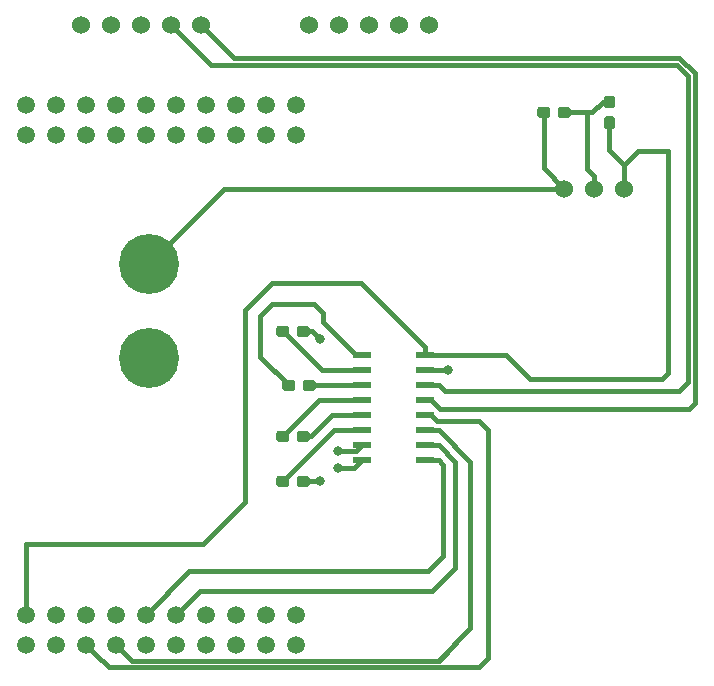
<source format=gbr>
G04 #@! TF.GenerationSoftware,KiCad,Pcbnew,(5.0.0)*
G04 #@! TF.CreationDate,2018-10-03T22:05:24-05:00*
G04 #@! TF.ProjectId,DriveBoard_Hardware,4472697665426F6172645F4861726477,rev?*
G04 #@! TF.SameCoordinates,Original*
G04 #@! TF.FileFunction,Copper,L1,Top,Signal*
G04 #@! TF.FilePolarity,Positive*
%FSLAX46Y46*%
G04 Gerber Fmt 4.6, Leading zero omitted, Abs format (unit mm)*
G04 Created by KiCad (PCBNEW (5.0.0)) date 10/03/18 22:05:24*
%MOMM*%
%LPD*%
G01*
G04 APERTURE LIST*
G04 #@! TA.AperFunction,Conductor*
%ADD10C,0.100000*%
G04 #@! TD*
G04 #@! TA.AperFunction,SMDPad,CuDef*
%ADD11C,0.950000*%
G04 #@! TD*
G04 #@! TA.AperFunction,ComponentPad*
%ADD12C,5.080000*%
G04 #@! TD*
G04 #@! TA.AperFunction,ComponentPad*
%ADD13C,1.524000*%
G04 #@! TD*
G04 #@! TA.AperFunction,ComponentPad*
%ADD14C,1.520000*%
G04 #@! TD*
G04 #@! TA.AperFunction,SMDPad,CuDef*
%ADD15R,1.500000X0.600000*%
G04 #@! TD*
G04 #@! TA.AperFunction,ViaPad*
%ADD16C,0.800000*%
G04 #@! TD*
G04 #@! TA.AperFunction,Conductor*
%ADD17C,0.381000*%
G04 #@! TD*
G04 #@! TA.AperFunction,Conductor*
%ADD18C,0.250000*%
G04 #@! TD*
G04 APERTURE END LIST*
D10*
G04 #@! TO.N,Net-(C1-Pad1)*
G04 #@! TO.C,C1*
G36*
X95955779Y-90966144D02*
X95978834Y-90969563D01*
X96001443Y-90975227D01*
X96023387Y-90983079D01*
X96044457Y-90993044D01*
X96064448Y-91005026D01*
X96083168Y-91018910D01*
X96100438Y-91034562D01*
X96116090Y-91051832D01*
X96129974Y-91070552D01*
X96141956Y-91090543D01*
X96151921Y-91111613D01*
X96159773Y-91133557D01*
X96165437Y-91156166D01*
X96168856Y-91179221D01*
X96170000Y-91202500D01*
X96170000Y-91677500D01*
X96168856Y-91700779D01*
X96165437Y-91723834D01*
X96159773Y-91746443D01*
X96151921Y-91768387D01*
X96141956Y-91789457D01*
X96129974Y-91809448D01*
X96116090Y-91828168D01*
X96100438Y-91845438D01*
X96083168Y-91861090D01*
X96064448Y-91874974D01*
X96044457Y-91886956D01*
X96023387Y-91896921D01*
X96001443Y-91904773D01*
X95978834Y-91910437D01*
X95955779Y-91913856D01*
X95932500Y-91915000D01*
X95357500Y-91915000D01*
X95334221Y-91913856D01*
X95311166Y-91910437D01*
X95288557Y-91904773D01*
X95266613Y-91896921D01*
X95245543Y-91886956D01*
X95225552Y-91874974D01*
X95206832Y-91861090D01*
X95189562Y-91845438D01*
X95173910Y-91828168D01*
X95160026Y-91809448D01*
X95148044Y-91789457D01*
X95138079Y-91768387D01*
X95130227Y-91746443D01*
X95124563Y-91723834D01*
X95121144Y-91700779D01*
X95120000Y-91677500D01*
X95120000Y-91202500D01*
X95121144Y-91179221D01*
X95124563Y-91156166D01*
X95130227Y-91133557D01*
X95138079Y-91111613D01*
X95148044Y-91090543D01*
X95160026Y-91070552D01*
X95173910Y-91051832D01*
X95189562Y-91034562D01*
X95206832Y-91018910D01*
X95225552Y-91005026D01*
X95245543Y-90993044D01*
X95266613Y-90983079D01*
X95288557Y-90975227D01*
X95311166Y-90969563D01*
X95334221Y-90966144D01*
X95357500Y-90965000D01*
X95932500Y-90965000D01*
X95955779Y-90966144D01*
X95955779Y-90966144D01*
G37*
D11*
G04 #@! TD*
G04 #@! TO.P,C1,1*
G04 #@! TO.N,Net-(C1-Pad1)*
X95645000Y-91440000D03*
D10*
G04 #@! TO.N,GND*
G04 #@! TO.C,C1*
G36*
X97705779Y-90966144D02*
X97728834Y-90969563D01*
X97751443Y-90975227D01*
X97773387Y-90983079D01*
X97794457Y-90993044D01*
X97814448Y-91005026D01*
X97833168Y-91018910D01*
X97850438Y-91034562D01*
X97866090Y-91051832D01*
X97879974Y-91070552D01*
X97891956Y-91090543D01*
X97901921Y-91111613D01*
X97909773Y-91133557D01*
X97915437Y-91156166D01*
X97918856Y-91179221D01*
X97920000Y-91202500D01*
X97920000Y-91677500D01*
X97918856Y-91700779D01*
X97915437Y-91723834D01*
X97909773Y-91746443D01*
X97901921Y-91768387D01*
X97891956Y-91789457D01*
X97879974Y-91809448D01*
X97866090Y-91828168D01*
X97850438Y-91845438D01*
X97833168Y-91861090D01*
X97814448Y-91874974D01*
X97794457Y-91886956D01*
X97773387Y-91896921D01*
X97751443Y-91904773D01*
X97728834Y-91910437D01*
X97705779Y-91913856D01*
X97682500Y-91915000D01*
X97107500Y-91915000D01*
X97084221Y-91913856D01*
X97061166Y-91910437D01*
X97038557Y-91904773D01*
X97016613Y-91896921D01*
X96995543Y-91886956D01*
X96975552Y-91874974D01*
X96956832Y-91861090D01*
X96939562Y-91845438D01*
X96923910Y-91828168D01*
X96910026Y-91809448D01*
X96898044Y-91789457D01*
X96888079Y-91768387D01*
X96880227Y-91746443D01*
X96874563Y-91723834D01*
X96871144Y-91700779D01*
X96870000Y-91677500D01*
X96870000Y-91202500D01*
X96871144Y-91179221D01*
X96874563Y-91156166D01*
X96880227Y-91133557D01*
X96888079Y-91111613D01*
X96898044Y-91090543D01*
X96910026Y-91070552D01*
X96923910Y-91051832D01*
X96939562Y-91034562D01*
X96956832Y-91018910D01*
X96975552Y-91005026D01*
X96995543Y-90993044D01*
X97016613Y-90983079D01*
X97038557Y-90975227D01*
X97061166Y-90969563D01*
X97084221Y-90966144D01*
X97107500Y-90965000D01*
X97682500Y-90965000D01*
X97705779Y-90966144D01*
X97705779Y-90966144D01*
G37*
D11*
G04 #@! TD*
G04 #@! TO.P,C1,2*
G04 #@! TO.N,GND*
X97395000Y-91440000D03*
D10*
G04 #@! TO.N,GND*
G04 #@! TO.C,C2*
G36*
X97705779Y-103666144D02*
X97728834Y-103669563D01*
X97751443Y-103675227D01*
X97773387Y-103683079D01*
X97794457Y-103693044D01*
X97814448Y-103705026D01*
X97833168Y-103718910D01*
X97850438Y-103734562D01*
X97866090Y-103751832D01*
X97879974Y-103770552D01*
X97891956Y-103790543D01*
X97901921Y-103811613D01*
X97909773Y-103833557D01*
X97915437Y-103856166D01*
X97918856Y-103879221D01*
X97920000Y-103902500D01*
X97920000Y-104377500D01*
X97918856Y-104400779D01*
X97915437Y-104423834D01*
X97909773Y-104446443D01*
X97901921Y-104468387D01*
X97891956Y-104489457D01*
X97879974Y-104509448D01*
X97866090Y-104528168D01*
X97850438Y-104545438D01*
X97833168Y-104561090D01*
X97814448Y-104574974D01*
X97794457Y-104586956D01*
X97773387Y-104596921D01*
X97751443Y-104604773D01*
X97728834Y-104610437D01*
X97705779Y-104613856D01*
X97682500Y-104615000D01*
X97107500Y-104615000D01*
X97084221Y-104613856D01*
X97061166Y-104610437D01*
X97038557Y-104604773D01*
X97016613Y-104596921D01*
X96995543Y-104586956D01*
X96975552Y-104574974D01*
X96956832Y-104561090D01*
X96939562Y-104545438D01*
X96923910Y-104528168D01*
X96910026Y-104509448D01*
X96898044Y-104489457D01*
X96888079Y-104468387D01*
X96880227Y-104446443D01*
X96874563Y-104423834D01*
X96871144Y-104400779D01*
X96870000Y-104377500D01*
X96870000Y-103902500D01*
X96871144Y-103879221D01*
X96874563Y-103856166D01*
X96880227Y-103833557D01*
X96888079Y-103811613D01*
X96898044Y-103790543D01*
X96910026Y-103770552D01*
X96923910Y-103751832D01*
X96939562Y-103734562D01*
X96956832Y-103718910D01*
X96975552Y-103705026D01*
X96995543Y-103693044D01*
X97016613Y-103683079D01*
X97038557Y-103675227D01*
X97061166Y-103669563D01*
X97084221Y-103666144D01*
X97107500Y-103665000D01*
X97682500Y-103665000D01*
X97705779Y-103666144D01*
X97705779Y-103666144D01*
G37*
D11*
G04 #@! TD*
G04 #@! TO.P,C2,2*
G04 #@! TO.N,GND*
X97395000Y-104140000D03*
D10*
G04 #@! TO.N,Net-(C2-Pad1)*
G04 #@! TO.C,C2*
G36*
X95955779Y-103666144D02*
X95978834Y-103669563D01*
X96001443Y-103675227D01*
X96023387Y-103683079D01*
X96044457Y-103693044D01*
X96064448Y-103705026D01*
X96083168Y-103718910D01*
X96100438Y-103734562D01*
X96116090Y-103751832D01*
X96129974Y-103770552D01*
X96141956Y-103790543D01*
X96151921Y-103811613D01*
X96159773Y-103833557D01*
X96165437Y-103856166D01*
X96168856Y-103879221D01*
X96170000Y-103902500D01*
X96170000Y-104377500D01*
X96168856Y-104400779D01*
X96165437Y-104423834D01*
X96159773Y-104446443D01*
X96151921Y-104468387D01*
X96141956Y-104489457D01*
X96129974Y-104509448D01*
X96116090Y-104528168D01*
X96100438Y-104545438D01*
X96083168Y-104561090D01*
X96064448Y-104574974D01*
X96044457Y-104586956D01*
X96023387Y-104596921D01*
X96001443Y-104604773D01*
X95978834Y-104610437D01*
X95955779Y-104613856D01*
X95932500Y-104615000D01*
X95357500Y-104615000D01*
X95334221Y-104613856D01*
X95311166Y-104610437D01*
X95288557Y-104604773D01*
X95266613Y-104596921D01*
X95245543Y-104586956D01*
X95225552Y-104574974D01*
X95206832Y-104561090D01*
X95189562Y-104545438D01*
X95173910Y-104528168D01*
X95160026Y-104509448D01*
X95148044Y-104489457D01*
X95138079Y-104468387D01*
X95130227Y-104446443D01*
X95124563Y-104423834D01*
X95121144Y-104400779D01*
X95120000Y-104377500D01*
X95120000Y-103902500D01*
X95121144Y-103879221D01*
X95124563Y-103856166D01*
X95130227Y-103833557D01*
X95138079Y-103811613D01*
X95148044Y-103790543D01*
X95160026Y-103770552D01*
X95173910Y-103751832D01*
X95189562Y-103734562D01*
X95206832Y-103718910D01*
X95225552Y-103705026D01*
X95245543Y-103693044D01*
X95266613Y-103683079D01*
X95288557Y-103675227D01*
X95311166Y-103669563D01*
X95334221Y-103666144D01*
X95357500Y-103665000D01*
X95932500Y-103665000D01*
X95955779Y-103666144D01*
X95955779Y-103666144D01*
G37*
D11*
G04 #@! TD*
G04 #@! TO.P,C2,1*
G04 #@! TO.N,Net-(C2-Pad1)*
X95645000Y-104140000D03*
D10*
G04 #@! TO.N,/+12V*
G04 #@! TO.C,C3*
G36*
X118053779Y-72424144D02*
X118076834Y-72427563D01*
X118099443Y-72433227D01*
X118121387Y-72441079D01*
X118142457Y-72451044D01*
X118162448Y-72463026D01*
X118181168Y-72476910D01*
X118198438Y-72492562D01*
X118214090Y-72509832D01*
X118227974Y-72528552D01*
X118239956Y-72548543D01*
X118249921Y-72569613D01*
X118257773Y-72591557D01*
X118263437Y-72614166D01*
X118266856Y-72637221D01*
X118268000Y-72660500D01*
X118268000Y-73135500D01*
X118266856Y-73158779D01*
X118263437Y-73181834D01*
X118257773Y-73204443D01*
X118249921Y-73226387D01*
X118239956Y-73247457D01*
X118227974Y-73267448D01*
X118214090Y-73286168D01*
X118198438Y-73303438D01*
X118181168Y-73319090D01*
X118162448Y-73332974D01*
X118142457Y-73344956D01*
X118121387Y-73354921D01*
X118099443Y-73362773D01*
X118076834Y-73368437D01*
X118053779Y-73371856D01*
X118030500Y-73373000D01*
X117455500Y-73373000D01*
X117432221Y-73371856D01*
X117409166Y-73368437D01*
X117386557Y-73362773D01*
X117364613Y-73354921D01*
X117343543Y-73344956D01*
X117323552Y-73332974D01*
X117304832Y-73319090D01*
X117287562Y-73303438D01*
X117271910Y-73286168D01*
X117258026Y-73267448D01*
X117246044Y-73247457D01*
X117236079Y-73226387D01*
X117228227Y-73204443D01*
X117222563Y-73181834D01*
X117219144Y-73158779D01*
X117218000Y-73135500D01*
X117218000Y-72660500D01*
X117219144Y-72637221D01*
X117222563Y-72614166D01*
X117228227Y-72591557D01*
X117236079Y-72569613D01*
X117246044Y-72548543D01*
X117258026Y-72528552D01*
X117271910Y-72509832D01*
X117287562Y-72492562D01*
X117304832Y-72476910D01*
X117323552Y-72463026D01*
X117343543Y-72451044D01*
X117364613Y-72441079D01*
X117386557Y-72433227D01*
X117409166Y-72427563D01*
X117432221Y-72424144D01*
X117455500Y-72423000D01*
X118030500Y-72423000D01*
X118053779Y-72424144D01*
X118053779Y-72424144D01*
G37*
D11*
G04 #@! TD*
G04 #@! TO.P,C3,1*
G04 #@! TO.N,/+12V*
X117743000Y-72898000D03*
D10*
G04 #@! TO.N,GND*
G04 #@! TO.C,C3*
G36*
X119803779Y-72424144D02*
X119826834Y-72427563D01*
X119849443Y-72433227D01*
X119871387Y-72441079D01*
X119892457Y-72451044D01*
X119912448Y-72463026D01*
X119931168Y-72476910D01*
X119948438Y-72492562D01*
X119964090Y-72509832D01*
X119977974Y-72528552D01*
X119989956Y-72548543D01*
X119999921Y-72569613D01*
X120007773Y-72591557D01*
X120013437Y-72614166D01*
X120016856Y-72637221D01*
X120018000Y-72660500D01*
X120018000Y-73135500D01*
X120016856Y-73158779D01*
X120013437Y-73181834D01*
X120007773Y-73204443D01*
X119999921Y-73226387D01*
X119989956Y-73247457D01*
X119977974Y-73267448D01*
X119964090Y-73286168D01*
X119948438Y-73303438D01*
X119931168Y-73319090D01*
X119912448Y-73332974D01*
X119892457Y-73344956D01*
X119871387Y-73354921D01*
X119849443Y-73362773D01*
X119826834Y-73368437D01*
X119803779Y-73371856D01*
X119780500Y-73373000D01*
X119205500Y-73373000D01*
X119182221Y-73371856D01*
X119159166Y-73368437D01*
X119136557Y-73362773D01*
X119114613Y-73354921D01*
X119093543Y-73344956D01*
X119073552Y-73332974D01*
X119054832Y-73319090D01*
X119037562Y-73303438D01*
X119021910Y-73286168D01*
X119008026Y-73267448D01*
X118996044Y-73247457D01*
X118986079Y-73226387D01*
X118978227Y-73204443D01*
X118972563Y-73181834D01*
X118969144Y-73158779D01*
X118968000Y-73135500D01*
X118968000Y-72660500D01*
X118969144Y-72637221D01*
X118972563Y-72614166D01*
X118978227Y-72591557D01*
X118986079Y-72569613D01*
X118996044Y-72548543D01*
X119008026Y-72528552D01*
X119021910Y-72509832D01*
X119037562Y-72492562D01*
X119054832Y-72476910D01*
X119073552Y-72463026D01*
X119093543Y-72451044D01*
X119114613Y-72441079D01*
X119136557Y-72433227D01*
X119159166Y-72427563D01*
X119182221Y-72424144D01*
X119205500Y-72423000D01*
X119780500Y-72423000D01*
X119803779Y-72424144D01*
X119803779Y-72424144D01*
G37*
D11*
G04 #@! TD*
G04 #@! TO.P,C3,2*
G04 #@! TO.N,GND*
X119493000Y-72898000D03*
D10*
G04 #@! TO.N,Net-(C4-Pad1)*
G04 #@! TO.C,C4*
G36*
X96463779Y-95538144D02*
X96486834Y-95541563D01*
X96509443Y-95547227D01*
X96531387Y-95555079D01*
X96552457Y-95565044D01*
X96572448Y-95577026D01*
X96591168Y-95590910D01*
X96608438Y-95606562D01*
X96624090Y-95623832D01*
X96637974Y-95642552D01*
X96649956Y-95662543D01*
X96659921Y-95683613D01*
X96667773Y-95705557D01*
X96673437Y-95728166D01*
X96676856Y-95751221D01*
X96678000Y-95774500D01*
X96678000Y-96249500D01*
X96676856Y-96272779D01*
X96673437Y-96295834D01*
X96667773Y-96318443D01*
X96659921Y-96340387D01*
X96649956Y-96361457D01*
X96637974Y-96381448D01*
X96624090Y-96400168D01*
X96608438Y-96417438D01*
X96591168Y-96433090D01*
X96572448Y-96446974D01*
X96552457Y-96458956D01*
X96531387Y-96468921D01*
X96509443Y-96476773D01*
X96486834Y-96482437D01*
X96463779Y-96485856D01*
X96440500Y-96487000D01*
X95865500Y-96487000D01*
X95842221Y-96485856D01*
X95819166Y-96482437D01*
X95796557Y-96476773D01*
X95774613Y-96468921D01*
X95753543Y-96458956D01*
X95733552Y-96446974D01*
X95714832Y-96433090D01*
X95697562Y-96417438D01*
X95681910Y-96400168D01*
X95668026Y-96381448D01*
X95656044Y-96361457D01*
X95646079Y-96340387D01*
X95638227Y-96318443D01*
X95632563Y-96295834D01*
X95629144Y-96272779D01*
X95628000Y-96249500D01*
X95628000Y-95774500D01*
X95629144Y-95751221D01*
X95632563Y-95728166D01*
X95638227Y-95705557D01*
X95646079Y-95683613D01*
X95656044Y-95662543D01*
X95668026Y-95642552D01*
X95681910Y-95623832D01*
X95697562Y-95606562D01*
X95714832Y-95590910D01*
X95733552Y-95577026D01*
X95753543Y-95565044D01*
X95774613Y-95555079D01*
X95796557Y-95547227D01*
X95819166Y-95541563D01*
X95842221Y-95538144D01*
X95865500Y-95537000D01*
X96440500Y-95537000D01*
X96463779Y-95538144D01*
X96463779Y-95538144D01*
G37*
D11*
G04 #@! TD*
G04 #@! TO.P,C4,1*
G04 #@! TO.N,Net-(C4-Pad1)*
X96153000Y-96012000D03*
D10*
G04 #@! TO.N,Net-(C4-Pad2)*
G04 #@! TO.C,C4*
G36*
X98213779Y-95538144D02*
X98236834Y-95541563D01*
X98259443Y-95547227D01*
X98281387Y-95555079D01*
X98302457Y-95565044D01*
X98322448Y-95577026D01*
X98341168Y-95590910D01*
X98358438Y-95606562D01*
X98374090Y-95623832D01*
X98387974Y-95642552D01*
X98399956Y-95662543D01*
X98409921Y-95683613D01*
X98417773Y-95705557D01*
X98423437Y-95728166D01*
X98426856Y-95751221D01*
X98428000Y-95774500D01*
X98428000Y-96249500D01*
X98426856Y-96272779D01*
X98423437Y-96295834D01*
X98417773Y-96318443D01*
X98409921Y-96340387D01*
X98399956Y-96361457D01*
X98387974Y-96381448D01*
X98374090Y-96400168D01*
X98358438Y-96417438D01*
X98341168Y-96433090D01*
X98322448Y-96446974D01*
X98302457Y-96458956D01*
X98281387Y-96468921D01*
X98259443Y-96476773D01*
X98236834Y-96482437D01*
X98213779Y-96485856D01*
X98190500Y-96487000D01*
X97615500Y-96487000D01*
X97592221Y-96485856D01*
X97569166Y-96482437D01*
X97546557Y-96476773D01*
X97524613Y-96468921D01*
X97503543Y-96458956D01*
X97483552Y-96446974D01*
X97464832Y-96433090D01*
X97447562Y-96417438D01*
X97431910Y-96400168D01*
X97418026Y-96381448D01*
X97406044Y-96361457D01*
X97396079Y-96340387D01*
X97388227Y-96318443D01*
X97382563Y-96295834D01*
X97379144Y-96272779D01*
X97378000Y-96249500D01*
X97378000Y-95774500D01*
X97379144Y-95751221D01*
X97382563Y-95728166D01*
X97388227Y-95705557D01*
X97396079Y-95683613D01*
X97406044Y-95662543D01*
X97418026Y-95642552D01*
X97431910Y-95623832D01*
X97447562Y-95606562D01*
X97464832Y-95590910D01*
X97483552Y-95577026D01*
X97503543Y-95565044D01*
X97524613Y-95555079D01*
X97546557Y-95547227D01*
X97569166Y-95541563D01*
X97592221Y-95538144D01*
X97615500Y-95537000D01*
X98190500Y-95537000D01*
X98213779Y-95538144D01*
X98213779Y-95538144D01*
G37*
D11*
G04 #@! TD*
G04 #@! TO.P,C4,2*
G04 #@! TO.N,Net-(C4-Pad2)*
X97903000Y-96012000D03*
D10*
G04 #@! TO.N,Net-(C5-Pad2)*
G04 #@! TO.C,C5*
G36*
X97705779Y-99856144D02*
X97728834Y-99859563D01*
X97751443Y-99865227D01*
X97773387Y-99873079D01*
X97794457Y-99883044D01*
X97814448Y-99895026D01*
X97833168Y-99908910D01*
X97850438Y-99924562D01*
X97866090Y-99941832D01*
X97879974Y-99960552D01*
X97891956Y-99980543D01*
X97901921Y-100001613D01*
X97909773Y-100023557D01*
X97915437Y-100046166D01*
X97918856Y-100069221D01*
X97920000Y-100092500D01*
X97920000Y-100567500D01*
X97918856Y-100590779D01*
X97915437Y-100613834D01*
X97909773Y-100636443D01*
X97901921Y-100658387D01*
X97891956Y-100679457D01*
X97879974Y-100699448D01*
X97866090Y-100718168D01*
X97850438Y-100735438D01*
X97833168Y-100751090D01*
X97814448Y-100764974D01*
X97794457Y-100776956D01*
X97773387Y-100786921D01*
X97751443Y-100794773D01*
X97728834Y-100800437D01*
X97705779Y-100803856D01*
X97682500Y-100805000D01*
X97107500Y-100805000D01*
X97084221Y-100803856D01*
X97061166Y-100800437D01*
X97038557Y-100794773D01*
X97016613Y-100786921D01*
X96995543Y-100776956D01*
X96975552Y-100764974D01*
X96956832Y-100751090D01*
X96939562Y-100735438D01*
X96923910Y-100718168D01*
X96910026Y-100699448D01*
X96898044Y-100679457D01*
X96888079Y-100658387D01*
X96880227Y-100636443D01*
X96874563Y-100613834D01*
X96871144Y-100590779D01*
X96870000Y-100567500D01*
X96870000Y-100092500D01*
X96871144Y-100069221D01*
X96874563Y-100046166D01*
X96880227Y-100023557D01*
X96888079Y-100001613D01*
X96898044Y-99980543D01*
X96910026Y-99960552D01*
X96923910Y-99941832D01*
X96939562Y-99924562D01*
X96956832Y-99908910D01*
X96975552Y-99895026D01*
X96995543Y-99883044D01*
X97016613Y-99873079D01*
X97038557Y-99865227D01*
X97061166Y-99859563D01*
X97084221Y-99856144D01*
X97107500Y-99855000D01*
X97682500Y-99855000D01*
X97705779Y-99856144D01*
X97705779Y-99856144D01*
G37*
D11*
G04 #@! TD*
G04 #@! TO.P,C5,2*
G04 #@! TO.N,Net-(C5-Pad2)*
X97395000Y-100330000D03*
D10*
G04 #@! TO.N,Net-(C5-Pad1)*
G04 #@! TO.C,C5*
G36*
X95955779Y-99856144D02*
X95978834Y-99859563D01*
X96001443Y-99865227D01*
X96023387Y-99873079D01*
X96044457Y-99883044D01*
X96064448Y-99895026D01*
X96083168Y-99908910D01*
X96100438Y-99924562D01*
X96116090Y-99941832D01*
X96129974Y-99960552D01*
X96141956Y-99980543D01*
X96151921Y-100001613D01*
X96159773Y-100023557D01*
X96165437Y-100046166D01*
X96168856Y-100069221D01*
X96170000Y-100092500D01*
X96170000Y-100567500D01*
X96168856Y-100590779D01*
X96165437Y-100613834D01*
X96159773Y-100636443D01*
X96151921Y-100658387D01*
X96141956Y-100679457D01*
X96129974Y-100699448D01*
X96116090Y-100718168D01*
X96100438Y-100735438D01*
X96083168Y-100751090D01*
X96064448Y-100764974D01*
X96044457Y-100776956D01*
X96023387Y-100786921D01*
X96001443Y-100794773D01*
X95978834Y-100800437D01*
X95955779Y-100803856D01*
X95932500Y-100805000D01*
X95357500Y-100805000D01*
X95334221Y-100803856D01*
X95311166Y-100800437D01*
X95288557Y-100794773D01*
X95266613Y-100786921D01*
X95245543Y-100776956D01*
X95225552Y-100764974D01*
X95206832Y-100751090D01*
X95189562Y-100735438D01*
X95173910Y-100718168D01*
X95160026Y-100699448D01*
X95148044Y-100679457D01*
X95138079Y-100658387D01*
X95130227Y-100636443D01*
X95124563Y-100613834D01*
X95121144Y-100590779D01*
X95120000Y-100567500D01*
X95120000Y-100092500D01*
X95121144Y-100069221D01*
X95124563Y-100046166D01*
X95130227Y-100023557D01*
X95138079Y-100001613D01*
X95148044Y-99980543D01*
X95160026Y-99960552D01*
X95173910Y-99941832D01*
X95189562Y-99924562D01*
X95206832Y-99908910D01*
X95225552Y-99895026D01*
X95245543Y-99883044D01*
X95266613Y-99873079D01*
X95288557Y-99865227D01*
X95311166Y-99859563D01*
X95334221Y-99856144D01*
X95357500Y-99855000D01*
X95932500Y-99855000D01*
X95955779Y-99856144D01*
X95955779Y-99856144D01*
G37*
D11*
G04 #@! TD*
G04 #@! TO.P,C5,1*
G04 #@! TO.N,Net-(C5-Pad1)*
X95645000Y-100330000D03*
D10*
G04 #@! TO.N,GND*
G04 #@! TO.C,C6*
G36*
X123577779Y-71499144D02*
X123600834Y-71502563D01*
X123623443Y-71508227D01*
X123645387Y-71516079D01*
X123666457Y-71526044D01*
X123686448Y-71538026D01*
X123705168Y-71551910D01*
X123722438Y-71567562D01*
X123738090Y-71584832D01*
X123751974Y-71603552D01*
X123763956Y-71623543D01*
X123773921Y-71644613D01*
X123781773Y-71666557D01*
X123787437Y-71689166D01*
X123790856Y-71712221D01*
X123792000Y-71735500D01*
X123792000Y-72310500D01*
X123790856Y-72333779D01*
X123787437Y-72356834D01*
X123781773Y-72379443D01*
X123773921Y-72401387D01*
X123763956Y-72422457D01*
X123751974Y-72442448D01*
X123738090Y-72461168D01*
X123722438Y-72478438D01*
X123705168Y-72494090D01*
X123686448Y-72507974D01*
X123666457Y-72519956D01*
X123645387Y-72529921D01*
X123623443Y-72537773D01*
X123600834Y-72543437D01*
X123577779Y-72546856D01*
X123554500Y-72548000D01*
X123079500Y-72548000D01*
X123056221Y-72546856D01*
X123033166Y-72543437D01*
X123010557Y-72537773D01*
X122988613Y-72529921D01*
X122967543Y-72519956D01*
X122947552Y-72507974D01*
X122928832Y-72494090D01*
X122911562Y-72478438D01*
X122895910Y-72461168D01*
X122882026Y-72442448D01*
X122870044Y-72422457D01*
X122860079Y-72401387D01*
X122852227Y-72379443D01*
X122846563Y-72356834D01*
X122843144Y-72333779D01*
X122842000Y-72310500D01*
X122842000Y-71735500D01*
X122843144Y-71712221D01*
X122846563Y-71689166D01*
X122852227Y-71666557D01*
X122860079Y-71644613D01*
X122870044Y-71623543D01*
X122882026Y-71603552D01*
X122895910Y-71584832D01*
X122911562Y-71567562D01*
X122928832Y-71551910D01*
X122947552Y-71538026D01*
X122967543Y-71526044D01*
X122988613Y-71516079D01*
X123010557Y-71508227D01*
X123033166Y-71502563D01*
X123056221Y-71499144D01*
X123079500Y-71498000D01*
X123554500Y-71498000D01*
X123577779Y-71499144D01*
X123577779Y-71499144D01*
G37*
D11*
G04 #@! TD*
G04 #@! TO.P,C6,2*
G04 #@! TO.N,GND*
X123317000Y-72023000D03*
D10*
G04 #@! TO.N,+5V*
G04 #@! TO.C,C6*
G36*
X123577779Y-73249144D02*
X123600834Y-73252563D01*
X123623443Y-73258227D01*
X123645387Y-73266079D01*
X123666457Y-73276044D01*
X123686448Y-73288026D01*
X123705168Y-73301910D01*
X123722438Y-73317562D01*
X123738090Y-73334832D01*
X123751974Y-73353552D01*
X123763956Y-73373543D01*
X123773921Y-73394613D01*
X123781773Y-73416557D01*
X123787437Y-73439166D01*
X123790856Y-73462221D01*
X123792000Y-73485500D01*
X123792000Y-74060500D01*
X123790856Y-74083779D01*
X123787437Y-74106834D01*
X123781773Y-74129443D01*
X123773921Y-74151387D01*
X123763956Y-74172457D01*
X123751974Y-74192448D01*
X123738090Y-74211168D01*
X123722438Y-74228438D01*
X123705168Y-74244090D01*
X123686448Y-74257974D01*
X123666457Y-74269956D01*
X123645387Y-74279921D01*
X123623443Y-74287773D01*
X123600834Y-74293437D01*
X123577779Y-74296856D01*
X123554500Y-74298000D01*
X123079500Y-74298000D01*
X123056221Y-74296856D01*
X123033166Y-74293437D01*
X123010557Y-74287773D01*
X122988613Y-74279921D01*
X122967543Y-74269956D01*
X122947552Y-74257974D01*
X122928832Y-74244090D01*
X122911562Y-74228438D01*
X122895910Y-74211168D01*
X122882026Y-74192448D01*
X122870044Y-74172457D01*
X122860079Y-74151387D01*
X122852227Y-74129443D01*
X122846563Y-74106834D01*
X122843144Y-74083779D01*
X122842000Y-74060500D01*
X122842000Y-73485500D01*
X122843144Y-73462221D01*
X122846563Y-73439166D01*
X122852227Y-73416557D01*
X122860079Y-73394613D01*
X122870044Y-73373543D01*
X122882026Y-73353552D01*
X122895910Y-73334832D01*
X122911562Y-73317562D01*
X122928832Y-73301910D01*
X122947552Y-73288026D01*
X122967543Y-73276044D01*
X122988613Y-73266079D01*
X123010557Y-73258227D01*
X123033166Y-73252563D01*
X123056221Y-73249144D01*
X123079500Y-73248000D01*
X123554500Y-73248000D01*
X123577779Y-73249144D01*
X123577779Y-73249144D01*
G37*
D11*
G04 #@! TD*
G04 #@! TO.P,C6,1*
G04 #@! TO.N,+5V*
X123317000Y-73773000D03*
D12*
G04 #@! TO.P,Conn1,1*
G04 #@! TO.N,GND*
X84353400Y-93727000D03*
G04 #@! TO.P,Conn1,2*
G04 #@! TO.N,/+12V*
X84353400Y-85726000D03*
G04 #@! TD*
D13*
G04 #@! TO.P,Conn2,1*
G04 #@! TO.N,Net-(Conn2-Pad1)*
X78613000Y-65532000D03*
G04 #@! TO.P,Conn2,2*
G04 #@! TO.N,Net-(Conn2-Pad2)*
X81153000Y-65532000D03*
G04 #@! TO.P,Conn2,3*
G04 #@! TO.N,GND*
X83693000Y-65532000D03*
G04 #@! TO.P,Conn2,4*
G04 #@! TO.N,TX_1_SL*
X86233000Y-65532000D03*
G04 #@! TO.P,Conn2,5*
G04 #@! TO.N,RX_1_SL*
X88773000Y-65532000D03*
G04 #@! TD*
G04 #@! TO.P,Conn3,5*
G04 #@! TO.N,RX_2_SL*
X108077000Y-65532000D03*
G04 #@! TO.P,Conn3,4*
G04 #@! TO.N,TX_2_SL*
X105537000Y-65532000D03*
G04 #@! TO.P,Conn3,3*
G04 #@! TO.N,GND*
X102997000Y-65532000D03*
G04 #@! TO.P,Conn3,2*
G04 #@! TO.N,Net-(Conn3-Pad2)*
X100457000Y-65532000D03*
G04 #@! TO.P,Conn3,1*
G04 #@! TO.N,Net-(Conn3-Pad1)*
X97917000Y-65532000D03*
G04 #@! TD*
D14*
G04 #@! TO.P,U1,+3V3*
G04 #@! TO.N,Net-(U1-Pad+3V3)*
X73914000Y-117983000D03*
G04 #@! TO.P,U1,PM6*
G04 #@! TO.N,Net-(U1-PadPM6)*
X96774000Y-72263000D03*
G04 #@! TO.P,U1,PQ1*
G04 #@! TO.N,Net-(U1-PadPQ1)*
X94234000Y-72263000D03*
G04 #@! TO.P,U1,PQ2*
G04 #@! TO.N,Net-(U1-PadPQ2)*
X86614000Y-72263000D03*
G04 #@! TO.P,U1,PK0*
G04 #@! TO.N,RX_2_IC*
X84074000Y-115443000D03*
G04 #@! TO.P,U1,PQ3*
G04 #@! TO.N,Net-(U1-PadPQ3)*
X89154000Y-72263000D03*
G04 #@! TO.P,U1,PP3*
G04 #@! TO.N,Net-(U1-PadPP3)*
X91694000Y-72263000D03*
G04 #@! TO.P,U1,PQ0*
G04 #@! TO.N,Net-(U1-PadPQ0)*
X89154000Y-117983000D03*
G04 #@! TO.P,U1,PA4*
G04 #@! TO.N,Net-(U1-PadPA4)*
X94234000Y-115443000D03*
G04 #@! TO.P,U1,Rese*
G04 #@! TO.N,Net-(U1-PadRese)*
X84074000Y-72263000D03*
G04 #@! TO.P,U1,PA7*
G04 #@! TO.N,Net-(U1-PadPA7)*
X81534000Y-72263000D03*
G04 #@! TO.P,U1,PN5*
G04 #@! TO.N,Net-(U1-PadPN5)*
X94234000Y-117983000D03*
G04 #@! TO.P,U1,PK2*
G04 #@! TO.N,Net-(U1-PadPK2)*
X89154000Y-115443000D03*
G04 #@! TO.P,U1,PK1*
G04 #@! TO.N,TX_2_IC*
X86614000Y-115443000D03*
G04 #@! TO.P,U1,+5V*
G04 #@! TO.N,+5V*
X73914000Y-115443000D03*
G04 #@! TO.P,U1,GND*
G04 #@! TO.N,GND*
X76454000Y-115443000D03*
G04 #@! TO.P,U1,PB4*
G04 #@! TO.N,Net-(U1-PadPB4)*
X78994000Y-115443000D03*
G04 #@! TO.P,U1,PB5*
G04 #@! TO.N,Net-(U1-PadPB5)*
X81534000Y-115443000D03*
G04 #@! TO.P,U1,PK3*
G04 #@! TO.N,Net-(U1-PadPK3)*
X91694000Y-115443000D03*
G04 #@! TO.P,U1,PA5*
G04 #@! TO.N,Net-(U1-PadPA5)*
X96774000Y-115443000D03*
G04 #@! TO.P,U1,PD2*
G04 #@! TO.N,Net-(U1-PadPD2)*
X76454000Y-117983000D03*
G04 #@! TO.P,U1,PP0*
G04 #@! TO.N,RX_1_IC*
X78994000Y-117983000D03*
G04 #@! TO.P,U1,PP1*
G04 #@! TO.N,TX_1_IC*
X81534000Y-117983000D03*
G04 #@! TO.P,U1,PD4*
G04 #@! TO.N,Net-(U1-PadPD4)*
X84074000Y-117983000D03*
G04 #@! TO.P,U1,PD5*
G04 #@! TO.N,Net-(U1-PadPD5)*
X86614000Y-117983000D03*
G04 #@! TO.P,U1,PP4*
G04 #@! TO.N,Net-(U1-PadPP4)*
X91694000Y-117983000D03*
G04 #@! TO.P,U1,PN4*
G04 #@! TO.N,Net-(U1-PadPN4)*
X96774000Y-117983000D03*
G04 #@! TO.P,U1,PG1*
G04 #@! TO.N,Net-(U1-PadPG1)*
X73914000Y-74803000D03*
G04 #@! TO.P,U1,PK4*
G04 #@! TO.N,Net-(U1-PadPK4)*
X76454000Y-74803000D03*
G04 #@! TO.P,U1,PK5*
G04 #@! TO.N,Net-(U1-PadPK5)*
X78994000Y-74803000D03*
G04 #@! TO.P,U1,PM0*
G04 #@! TO.N,Net-(U1-PadPM0)*
X81534000Y-74803000D03*
G04 #@! TO.P,U1,PM1*
G04 #@! TO.N,Net-(U1-PadPM1)*
X84074000Y-74803000D03*
G04 #@! TO.P,U1,PM2*
G04 #@! TO.N,Net-(U1-PadPM2)*
X86614000Y-74803000D03*
G04 #@! TO.P,U1,PH0*
G04 #@! TO.N,Net-(U1-PadPH0)*
X89154000Y-74803000D03*
G04 #@! TO.P,U1,PH1*
G04 #@! TO.N,Net-(U1-PadPH1)*
X91694000Y-74803000D03*
G04 #@! TO.P,U1,PK6*
G04 #@! TO.N,Net-(U1-PadPK6)*
X94234000Y-74803000D03*
G04 #@! TO.P,U1,PK7*
G04 #@! TO.N,Net-(U1-PadPK7)*
X96774000Y-74803000D03*
G04 #@! TO.P,U1,GND*
G04 #@! TO.N,GND*
X73914000Y-72263000D03*
G04 #@! TO.P,U1,PM7*
G04 #@! TO.N,Net-(U1-PadPM7)*
X76454000Y-72263000D03*
G04 #@! TO.P,U1,PP5*
G04 #@! TO.N,Net-(U1-PadPP5)*
X78994000Y-72263000D03*
G04 #@! TD*
D15*
G04 #@! TO.P,U2,1*
G04 #@! TO.N,Net-(C4-Pad1)*
X102329000Y-93472000D03*
G04 #@! TO.P,U2,2*
G04 #@! TO.N,Net-(C1-Pad1)*
X102329000Y-94742000D03*
G04 #@! TO.P,U2,3*
G04 #@! TO.N,Net-(C4-Pad2)*
X102329000Y-96012000D03*
G04 #@! TO.P,U2,4*
G04 #@! TO.N,Net-(C5-Pad1)*
X102329000Y-97282000D03*
G04 #@! TO.P,U2,5*
G04 #@! TO.N,Net-(C5-Pad2)*
X102329000Y-98552000D03*
G04 #@! TO.P,U2,6*
G04 #@! TO.N,Net-(C2-Pad1)*
X102329000Y-99822000D03*
G04 #@! TO.P,U2,7*
G04 #@! TO.N,TX_2_SL*
X102329000Y-101092000D03*
G04 #@! TO.P,U2,8*
G04 #@! TO.N,RX_2_SL*
X102329000Y-102362000D03*
G04 #@! TO.P,U2,9*
G04 #@! TO.N,RX_2_IC*
X107729000Y-102362000D03*
G04 #@! TO.P,U2,10*
G04 #@! TO.N,TX_2_IC*
X107729000Y-101092000D03*
G04 #@! TO.P,U2,11*
G04 #@! TO.N,TX_1_IC*
X107729000Y-99822000D03*
G04 #@! TO.P,U2,12*
G04 #@! TO.N,RX_1_IC*
X107729000Y-98552000D03*
G04 #@! TO.P,U2,13*
G04 #@! TO.N,RX_1_SL*
X107729000Y-97282000D03*
G04 #@! TO.P,U2,14*
G04 #@! TO.N,TX_1_SL*
X107729000Y-96012000D03*
G04 #@! TO.P,U2,15*
G04 #@! TO.N,GND*
X107729000Y-94742000D03*
G04 #@! TO.P,U2,16*
G04 #@! TO.N,+5V*
X107729000Y-93472000D03*
G04 #@! TD*
D13*
G04 #@! TO.P,U3,1*
G04 #@! TO.N,/+12V*
X119507000Y-79375000D03*
G04 #@! TO.P,U3,2*
G04 #@! TO.N,GND*
X122047000Y-79375000D03*
G04 #@! TO.P,U3,3*
G04 #@! TO.N,+5V*
X124587000Y-79375000D03*
G04 #@! TD*
D16*
G04 #@! TO.N,GND*
X109670315Y-94742000D03*
X98806000Y-104140000D03*
X98806000Y-92075000D03*
G04 #@! TO.N,RX_2_SL*
X100330000Y-102997000D03*
G04 #@! TO.N,TX_2_SL*
X100330000Y-101600000D03*
G04 #@! TD*
D17*
G04 #@! TO.N,Net-(C1-Pad1)*
X98947000Y-94742000D02*
X95645000Y-91440000D01*
X102329000Y-94742000D02*
X98947000Y-94742000D01*
G04 #@! TO.N,GND*
X98171000Y-91440000D02*
X98806000Y-92075000D01*
X97395000Y-91440000D02*
X98171000Y-91440000D01*
X98806000Y-104140000D02*
X97395000Y-104140000D01*
X107729000Y-94742000D02*
X109670315Y-94742000D01*
X119493000Y-72898000D02*
X121412000Y-72898000D01*
X122047000Y-78297370D02*
X122047000Y-79375000D01*
X121412000Y-77662370D02*
X122047000Y-78297370D01*
X121412000Y-72898000D02*
X121412000Y-77662370D01*
X121867000Y-72898000D02*
X121412000Y-72898000D01*
X122742000Y-72023000D02*
X121867000Y-72898000D01*
X123317000Y-72023000D02*
X122742000Y-72023000D01*
G04 #@! TO.N,Net-(C2-Pad1)*
X99963000Y-99822000D02*
X95645000Y-104140000D01*
X102329000Y-99822000D02*
X99963000Y-99822000D01*
G04 #@! TO.N,/+12V*
X117743000Y-77611000D02*
X119507000Y-79375000D01*
X90704400Y-79375000D02*
X84353400Y-85726000D01*
X119507000Y-79375000D02*
X90704400Y-79375000D01*
X117743000Y-72898000D02*
X117743000Y-77611000D01*
G04 #@! TO.N,Net-(C4-Pad1)*
X101879000Y-93472000D02*
X99060000Y-90653000D01*
X102329000Y-93472000D02*
X101879000Y-93472000D01*
X99060000Y-90653000D02*
X99060000Y-89916000D01*
X98298000Y-89154000D02*
X94742000Y-89154000D01*
X99060000Y-89916000D02*
X98298000Y-89154000D01*
X94742000Y-89154000D02*
X93726000Y-90170000D01*
X93726000Y-93585000D02*
X96153000Y-96012000D01*
X93726000Y-90170000D02*
X93726000Y-93585000D01*
G04 #@! TO.N,Net-(C4-Pad2)*
X97903000Y-96012000D02*
X102329000Y-96012000D01*
G04 #@! TO.N,Net-(C5-Pad2)*
X101713000Y-98552000D02*
X102329000Y-98552000D01*
X101198000Y-98552000D02*
X102329000Y-98552000D01*
X99798000Y-98552000D02*
X101198000Y-98552000D01*
X98020000Y-100330000D02*
X99798000Y-98552000D01*
X97395000Y-100330000D02*
X98020000Y-100330000D01*
D18*
G04 #@! TO.N,Net-(C5-Pad1)*
X96144072Y-99830928D02*
X95645000Y-100330000D01*
D17*
X98693000Y-97282000D02*
X95645000Y-100330000D01*
X102329000Y-97282000D02*
X98693000Y-97282000D01*
G04 #@! TO.N,+5V*
X124587000Y-79375000D02*
X124587000Y-77343000D01*
X124587000Y-77343000D02*
X125730000Y-76200000D01*
X125730000Y-76200000D02*
X128270000Y-76200000D01*
D18*
X73914000Y-114368198D02*
X73914000Y-115443000D01*
D17*
X107729000Y-93472000D02*
X114554000Y-93472000D01*
X73914000Y-115443000D02*
X73914000Y-109474000D01*
X73914000Y-109474000D02*
X88900000Y-109474000D01*
X88900000Y-109474000D02*
X92456000Y-105918000D01*
X92456000Y-105918000D02*
X92456000Y-89662000D01*
X92456000Y-89662000D02*
X94742000Y-87376000D01*
X102314000Y-87376000D02*
X94742000Y-87376000D01*
X107729000Y-92791000D02*
X102314000Y-87376000D01*
X107729000Y-93472000D02*
X107729000Y-92791000D01*
X123317000Y-76073000D02*
X124587000Y-77343000D01*
X123317000Y-74930000D02*
X123317000Y-76073000D01*
X123317000Y-73773000D02*
X123317000Y-74930000D01*
X128270000Y-76200000D02*
X128270000Y-94996000D01*
X116586000Y-95504000D02*
X114554000Y-93472000D01*
X128270000Y-94996000D02*
X127762000Y-95504000D01*
X127762000Y-95504000D02*
X116586000Y-95504000D01*
G04 #@! TO.N,TX_1_SL*
X108179000Y-96012000D02*
X107729000Y-96012000D01*
X86233000Y-65532000D02*
X89557529Y-68856529D01*
X89557529Y-68856529D02*
X128994857Y-68856529D01*
X128994857Y-68856529D02*
X129974990Y-69836662D01*
X129212990Y-96520000D02*
X129974990Y-95758000D01*
X109387354Y-96520000D02*
X129212990Y-96520000D01*
X108879354Y-96012000D02*
X109387354Y-96520000D01*
X107729000Y-96012000D02*
X108879354Y-96012000D01*
X129974990Y-69836662D02*
X129974990Y-95758000D01*
D18*
G04 #@! TO.N,RX_1_SL*
X108729000Y-97832000D02*
X108179000Y-97282000D01*
D17*
X91516519Y-68275519D02*
X88773000Y-65532000D01*
X130556000Y-69596000D02*
X129235519Y-68275519D01*
X129235519Y-68275519D02*
X91516519Y-68275519D01*
X108179000Y-97282000D02*
X107729000Y-97282000D01*
X130048000Y-98044000D02*
X130556000Y-97536000D01*
X108941000Y-98044000D02*
X130048000Y-98044000D01*
X108179000Y-97282000D02*
X108941000Y-98044000D01*
X130556000Y-97536000D02*
X130556000Y-69596000D01*
G04 #@! TO.N,RX_2_SL*
X101694000Y-102997000D02*
X102329000Y-102362000D01*
X100330000Y-102997000D02*
X101694000Y-102997000D01*
D18*
G04 #@! TO.N,TX_2_SL*
X102779000Y-101092000D02*
X102329000Y-101092000D01*
D17*
X101821000Y-101600000D02*
X102329000Y-101092000D01*
X100330000Y-101600000D02*
X101821000Y-101600000D01*
G04 #@! TO.N,RX_2_IC*
X108860000Y-102362000D02*
X107729000Y-102362000D01*
X109220000Y-102722000D02*
X108860000Y-102362000D01*
X109220000Y-110490000D02*
X109220000Y-102722000D01*
X107950000Y-111760000D02*
X109220000Y-110490000D01*
X87757000Y-111760000D02*
X107950000Y-111760000D01*
X84074000Y-115443000D02*
X87757000Y-111760000D01*
G04 #@! TO.N,TX_2_IC*
X108860000Y-101092000D02*
X110236000Y-102468000D01*
X107729000Y-101092000D02*
X108860000Y-101092000D01*
X110236000Y-102468000D02*
X110236000Y-111506000D01*
X108331000Y-113411000D02*
X88646000Y-113411000D01*
X110236000Y-111506000D02*
X108331000Y-113411000D01*
X86614000Y-115443000D02*
X88646000Y-113411000D01*
D18*
G04 #@! TO.N,RX_1_IC*
X110039991Y-119830009D02*
X80841009Y-119830009D01*
X107729000Y-98552000D02*
X108179000Y-98552000D01*
D17*
X108179000Y-98552000D02*
X108687000Y-99060000D01*
X108687000Y-99060000D02*
X112268000Y-99060000D01*
X112268000Y-99060000D02*
X113030000Y-99822000D01*
X113030000Y-99822000D02*
X113030000Y-119126000D01*
X79753999Y-118742999D02*
X78994000Y-117983000D01*
X80906510Y-119895510D02*
X79753999Y-118742999D01*
X112260490Y-119895510D02*
X80906510Y-119895510D01*
X113030000Y-119126000D02*
X112260490Y-119895510D01*
D18*
G04 #@! TO.N,TX_1_IC*
X108729000Y-99822000D02*
X107729000Y-99822000D01*
D17*
X108858021Y-119314499D02*
X110316520Y-117856000D01*
X82865499Y-119314499D02*
X108858021Y-119314499D01*
X81534000Y-117983000D02*
X82865499Y-119314499D01*
D18*
X110316520Y-117936520D02*
X110316520Y-117856000D01*
D17*
X108858021Y-119314499D02*
X108858021Y-119233979D01*
X108858021Y-119233979D02*
X111506000Y-116586000D01*
X108860000Y-99822000D02*
X107729000Y-99822000D01*
X111506000Y-102468000D02*
X108860000Y-99822000D01*
X111506000Y-116586000D02*
X111506000Y-102468000D01*
G04 #@! TD*
M02*

</source>
